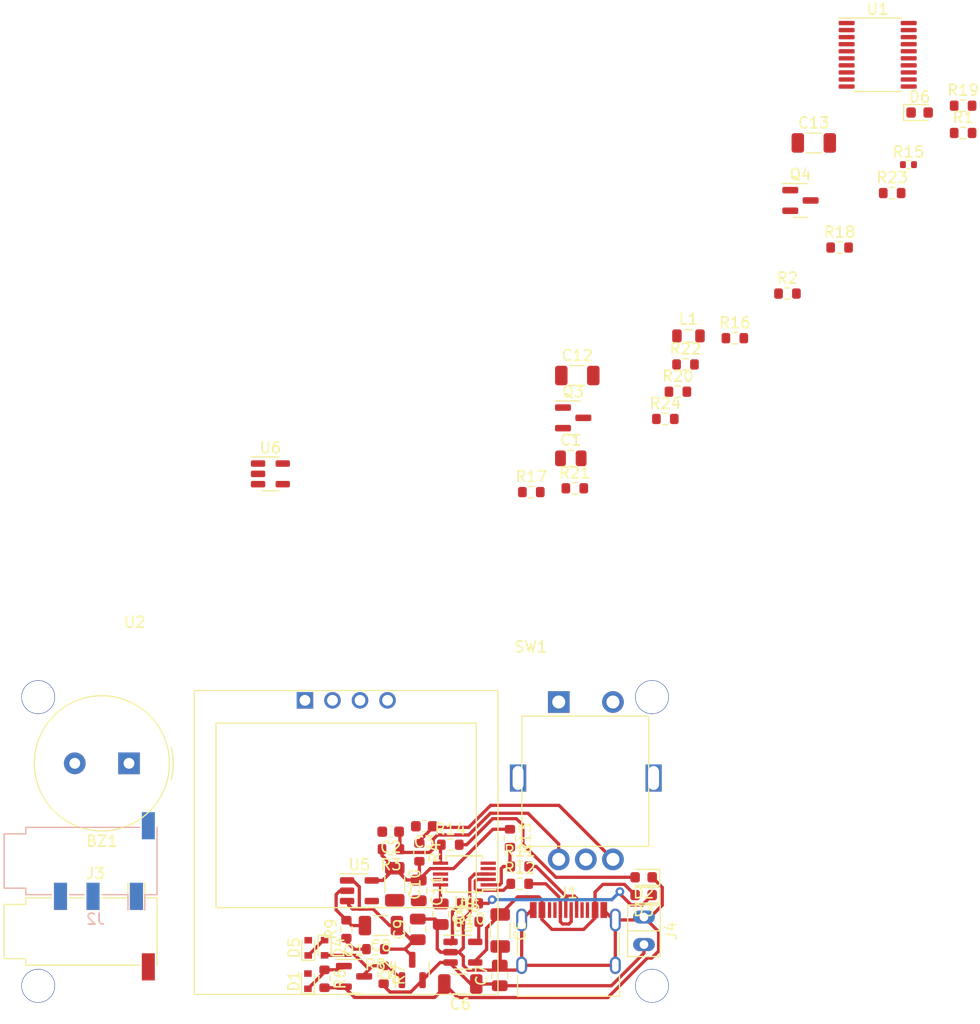
<source format=kicad_pcb>
(kicad_pcb (version 20211014) (generator pcbnew)
  (layers (0 "F.Cu" signal) (31 "B.Cu" signal) (34 "B.Paste" user) (35 "F.Paste" user) (36 "B.SilkS" user "B.Silkscreen") (37 "F.SilkS" user "F.Silkscreen") (38 "B.Mask" user) (39 "F.Mask" user) (44 "Edge.Cuts" user))
  (net 0 "")
  (net 1 "Net-(BZ1-Pad1)")
  (net 2 "Net-(BZ1-Pad2)")
  (net 3 "Net-(C1-Pad1)")
  (net 4 "GND")
  (net 5 "Net-(C2-Pad1)")
  (net 6 "Net-(C3-Pad1)")
  (net 7 "Net-(C4-Pad1)")
  (net 8 "USB_VCC")
  (net 9 "BAT_IN")
  (net 10 "Net-(C8-Pad1)")
  (net 11 "VCC")
  (net 12 "Net-(C12-Pad1)")
  (net 13 "PWM")
  (net 14 "Net-(C13-Pad1)")
  (net 15 "PWR_EN")
  (net 16 "Net-(D1-Pad1)")
  (net 17 "Net-(D2-Pad2)")
  (net 18 "Net-(D3-Pad1)")
  (net 19 "Net-(D4-Pad2)")
  (net 20 "K1")
  (net 21 "K1_DET")
  (net 22 "Net-(D6-Pad2)")
  (net 23 "Net-(J1-PadA6)")
  (net 26 "Net-(J1-PadA7)")
  (net 30 "TICK_B")
  (net 31 "TICK_A")
  (net 33 "Net-(L1-Pad2)")
  (net 34 "Net-(Q3-Pad1)")
  (net 35 "Net-(Q4-Pad1)")
  (net 36 "Net-(R1-Pad2)")
  (net 37 "Net-(R5-Pad2)")
  (net 38 "BAT_ADC")
  (net 39 "BAT_CHG_DET")
  (net 40 "Net-(R11-Pad1)")
  (net 41 "Net-(R12-Pad1)")
  (net 42 "Net-(R14-Pad1)")
  (net 43 "IIC_SDL")
  (net 44 "IIC_SCL")
  (net 45 "MUTE")
  (net 46 "RUN_LED")
  (net 47 "RXD")
  (net 48 "TXD")
  (footprint "Capacitor_SMD:C_0603_1608Metric" (layer "F.Cu") (at 104.2 146.1 180)
    (fp_text reference "C2")
    (fp_text value "10nF")
  )
  (footprint "Resistor_SMD:R_0603_1608Metric" (layer "F.Cu") (at 156.991569 79.21)
    (fp_text reference "R19")
    (fp_text value "10K")
  )
  (footprint "Resistor_SMD:R_0603_1608Metric" (layer "F.Cu") (at 121.181569 114.46)
    (fp_text reference "R21")
    (fp_text value "10K")
  )
  (footprint "Capacitor_SMD:C_0805_2012Metric" (layer "F.Cu") (at 108.82 153.7 -90)
    (fp_text reference "C4")
    (fp_text value "104")
  )
  (footprint "Package_TO_SOT_SMD:SOT-23" (layer "F.Cu") (at 121.031569 107.97)
    (fp_text reference "Q3")
    (fp_text value "AO3400A")
  )
  (footprint "Buzzer_Beeper:Buzzer_TDK_PS1240P02BT_D12.2mm_H6.5mm" (layer "F.Cu") (at 80.070785 139.8 180)
    (fp_text reference "BZ1")
    (fp_text value "Buzzer")
  )
  (footprint "Resistor_SMD:R_0603_1608Metric" (layer "F.Cu") (at 130.691569 105.56)
    (fp_text reference "R20")
    (fp_text value "10K")
  )
  (footprint "MY:SIP-2" (layer "F.Cu") (at 127.56 155.23 90)
    (fp_text reference "J4")
    (fp_text value "Conn_01x02_Female")
  )
  (footprint "Resistor_SMD:R_0603_1608Metric" (layer "F.Cu") (at 145.601569 92.28)
    (fp_text reference "R18")
    (fp_text value "10K")
  )
  (footprint "Resistor_SMD:R_0402_1005Metric" (layer "F.Cu") (at 151.951569 84.64)
    (fp_text reference "R15")
    (fp_text value "*R0")
  )
  (footprint "Diode_SMD:D_SOD-523" (layer "F.Cu") (at 96.57 159.87 90)
    (fp_text reference "D1")
    (fp_text value "1N4148WT")
  )
  (footprint "LED_SMD:LED_0603_1608Metric" (layer "F.Cu") (at 127.53 150.3 180)
    (fp_text reference "D2")
    (fp_text value "LED")
  )
  (footprint "Resistor_SMD:R_0603_1608Metric" (layer "F.Cu") (at 102.79 156.92 180)
    (fp_text reference "R8")
    (fp_text value "20K")
  )
  (footprint "Resistor_SMD:R_0603_1608Metric" (layer "F.Cu") (at 117.171569 114.81)
    (fp_text reference "R17")
    (fp_text value "10K")
  )
  (footprint "Capacitor_SMD:C_0603_1608Metric" (layer "F.Cu") (at 107.3 145.6 180)
    (fp_text reference "C3")
    (fp_text value "10nF")
  )
  (footprint "Resistor_SMD:R_0603_1608Metric" (layer "F.Cu") (at 140.791569 96.52)
    (fp_text reference "R2")
    (fp_text value "10K")
  )
  (footprint "Inductor_SMD:L_0805_2012Metric" (layer "F.Cu") (at 131.661569 100.42)
    (fp_text reference "L1")
    (fp_text value "100mH")
  )
  (footprint "MY:EC11" (layer "F.Cu") (at 122.2 141.15)
    (fp_text reference "SW1")
    (fp_text value "RotaryEncoder_Switch")
  )
  (footprint "Capacitor_SMD:C_1206_3216Metric" (layer "F.Cu") (at 103.3 154.75 180)
    (fp_text reference "C8")
    (fp_text value "10uF")
  )
  (footprint "Capacitor_SMD:C_1206_3216Metric" (layer "F.Cu") (at 114.3 155.2 -90)
    (fp_text reference "C5")
    (fp_text value "10uF")
  )
  (footprint "Capacitor_SMD:C_1206_3216Metric" (layer "F.Cu") (at 143.221569 82.64)
    (fp_text reference "C13")
    (fp_text value "10uF")
  )
  (footprint "Capacitor_SMD:C_1206_3216Metric" (layer "F.Cu") (at 110.62 160.13 180)
    (fp_text reference "C6")
    (fp_text value "10uF")
  )
  (footprint "Diode_SMD:D_SOD-523" (layer "F.Cu") (at 96.6 156.8 90)
    (fp_text reference "D5")
    (fp_text value "1N4148WT")
  )
  (footprint "LED_SMD:LED_0603_1608Metric" (layer "F.Cu") (at 127.53 151.94 180)
    (fp_text reference "D3")
    (fp_text value "LED")
  )
  (footprint "Resistor_SMD:R_0603_1608Metric" (layer "F.Cu") (at 115.2 146.7 -90)
    (fp_text reference "R13")
    (fp_text value "1K")
  )
  (footprint "Package_TO_SOT_SMD:SOT-23-5" (layer "F.Cu") (at 110.86 157.2)
    (fp_text reference "U3")
    (fp_text value "MCP73831-2-OT")
  )
  (footprint "MY:OLED12864" (layer "F.Cu") (at 86.095 133.095)
    (fp_text reference "U2")
    (fp_text value "OLED_12864")
  )
  (footprint "Capacitor_SMD:C_0805_2012Metric" (layer "F.Cu") (at 106.7 155.1 90)
    (fp_text reference "C9")
    (fp_text value "104")
  )
  (footprint "Resistor_SMD:R_0603_1608Metric" (layer "F.Cu") (at 135.941569 100.63)
    (fp_text reference "R16")
    (fp_text value "10K")
  )
  (footprint "Resistor_SMD:R_0603_1608Metric" (layer "F.Cu") (at 103.55 159.28 -90)
    (fp_text reference "R7")
    (fp_text value "20K")
  )
  (footprint "Connector_USB:USB_C_Receptacle_HRO_TYPE-C-31-M-12" (layer "F.Cu") (at 120.6 157.36)
    (fp_text reference "J1")
    (fp_text value "USB_C_Receptacle_USB2.0")
  )
  (footprint "Resistor_SMD:R_0603_1608Metric" (layer "F.Cu") (at 98.1 159.65 -90)
    (fp_text reference "R6")
    (fp_text value "20K")
  )
  (footprint "Resistor_SMD:R_0603_1608Metric" (layer "F.Cu") (at 129.531569 108.07)
    (fp_text reference "R24")
    (fp_text value "510")
  )
  (footprint "Resistor_SMD:R_0603_1608Metric" (layer "F.Cu") (at 109.7 147.3)
    (fp_text reference "R14")
    (fp_text value "510")
  )
  (footprint "Connector_Audio:Jack_3.5mm_PJ320D_Horizontal" (layer "F.Cu") (at 76.93 155.3)
    (fp_text reference "J3")
    (fp_text value "OUTPUT")
  )
  (footprint "Capacitor_SMD:C_0805_2012Metric" (layer "F.Cu") (at 120.811569 111.7)
    (fp_text reference "C1")
    (fp_text value "100nF")
  )
  (footprint "Package_SO:MSOP-10_3x3mm_P0.5mm" (layer "F.Cu") (at 111 150 180)
    (fp_text reference "U4")
    (fp_text value "CH340E")
  )
  (footprint "Resistor_SMD:R_0603_1608Metric" (layer "F.Cu") (at 150.451569 87.26)
    (fp_text reference "R23")
    (fp_text value "1K")
  )
  (footprint "Resistor_SMD:R_0603_1608Metric" (layer "F.Cu") (at 116.1 150.9)
    (fp_text reference "R12")
    (fp_text value "100")
  )
  (footprint "Resistor_SMD:R_0603_1608Metric" (layer "F.Cu") (at 116.1 149.3)
    (fp_text reference "R11")
    (fp_text value "100")
  )
  (footprint "Resistor_SMD:R_0603_1608Metric" (layer "F.Cu") (at 111.5 152.7 180)
    (fp_text reference "R10")
    (fp_text value "2K")
  )
  (footprint "Resistor_SMD:R_0603_1608Metric" (layer "F.Cu") (at 156.991569 81.72)
    (fp_text reference "R1")
    (fp_text value "1K")
  )
  (footprint "Package_SO:TSSOP-20_4.4x6.5mm_P0.65mm" (layer "F.Cu") (at 149.111569 74.52)
    (fp_text reference "U1")
    (fp_text value "STM32F030F4Px")
  )
  (footprint "Resistor_SMD:R_0603_1608Metric" (layer "F.Cu") (at 131.391569 103.05)
    (fp_text reference "R22")
    (fp_text value "1K")
  )
  (footprint "Diode_SMD:D_SOD-523" (layer "F.Cu") (at 98.11 156.79 -90)
    (fp_text reference "D4")
    (fp_text value "1N4148WT")
  )
  (footprint "Package_TO_SOT_SMD:SOT-23" (layer "F.Cu") (at 141.991569 87.94)
    (fp_text reference "Q4")
    (fp_text value "AO3401A")
  )
  (footprint "Package_TO_SOT_SMD:SOT-23-5" (layer "F.Cu") (at 93.111569 113.13)
    (fp_text reference "U6")
    (fp_text value "24AA02-OT")
  )
  (footprint "Resistor_SMD:R_0603_1608Metric" (layer "F.Cu") (at 104.23 147.71 180)
    (fp_text reference "R3")
    (fp_text value "10K")
  )
  (footprint "Package_TO_SOT_SMD:SOT-23-5" (layer "F.Cu") (at 101.32 151.54)
    (fp_text reference "U5")
    (fp_text value "LP5907MFX-3.3")
  )
  (footprint "Capacitor_SMD:C_0805_2012Metric" (layer "F.Cu") (at 114.26 159.34 90)
    (fp_text reference "C7")
    (fp_text value "104")
  )
  (footprint "LED_SMD:LED_0603_1608Metric" (layer "F.Cu") (at 152.981569 79.84)
    (fp_text reference "D6")
    (fp_text value "LED")
  )
  (footprint "Resistor_SMD:R_0603_1608Metric" (layer "F.Cu") (at 100.12 155.08 90)
    (fp_text reference "R9")
    (fp_text value "20K")
  )
  (footprint "Resistor_SMD:R_0603_1608Metric" (layer "F.Cu") (at 106.85 148 -90)
    (fp_text reference "R4")
    (fp_text value "10K")
  )
  (footprint "Package_TO_SOT_SMD:SOT-23" (layer "F.Cu") (at 106.19 158.84 90)
    (fp_text reference "Q2")
    (fp_text value "AO3401A")
  )
  (footprint "Capacitor_SMD:C_1206_3216Metric" (layer "F.Cu") (at 121.411569 104.07)
    (fp_text reference "C12")
    (fp_text value "10uF")
  )
  (footprint "Package_TO_SOT_SMD:SOT-23" (layer "F.Cu") (at 100.82 159.43)
    (fp_text reference "Q1")
    (fp_text value "AO3400A")
  )
  (footprint "Capacitor_SMD:C_1206_3216Metric" (layer "F.Cu") (at 104.58 150.94 -90)
    (fp_text reference "C10")
    (fp_text value "10uF")
  )
  (footprint "Capacitor_SMD:C_0805_2012Metric" (layer "F.Cu") (at 106.79 151.51 -90)
    (fp_text reference "C11")
    (fp_text value "104")
  )
  (footprint "Resistor_SMD:R_0603_1608Metric" (layer "F.Cu") (at 111.5 154.4)
    (fp_text reference "R5")
    (fp_text value "2K")
  )
  (footprint "Connector_Audio:Jack_3.5mm_PJ320D_Horizontal" (layer "B.Cu") (at 76.93 148.8)
    (fp_text reference "J2")
    (fp_text value "INPUT")
  )
  (via (at 71.7 160.3) (size 3.1) (drill 3) (layers "F.Cu" "B.Cu") (net 0))
  (via (at 128.3 133.7) (size 3.1) (drill 3) (layers "F.Cu" "B.Cu") (net 0))
  (via (at 128.3 160.3) (size 3.1) (drill 3) (layers "F.Cu" "B.Cu") (net 0))
  (via (at 71.7 133.7) (size 3.1) (drill 3) (layers "F.Cu" "B.Cu") (net 0))
  (segment (start 108.5 154.95) (end 108.8 154.65) (width 0.3) (layer "F.Cu") (net 4))
  (segment (start 128.27 157.74) (end 128.90952 157.10048) (width 0.3) (layer "F.Cu") (net 4))
  (segment (start 113.2 150) (end 111.94455 150) (width 0.3) (layer "F.Cu") (net 4))
  (segment (start 110.39452 161.37952) (end 119.25952 161.37952) (width 0.3) (layer "F.Cu") (net 4))
  (segment (start 114.3 158.65) (end 114.1 158.85) (width 0.3) (layer "F.Cu") (net 4))
  (segment (start 128.90952 155.30952) (end 127.56 153.96) (width 0.3) (layer "F.Cu") (net 4))
  (segment (start 116.28 158.41) (end 124.92 158.41) (width 0.3) (layer "F.Cu") (net 4))
  (segment (start 99.17048 153.30548) (end 100.12 154.255) (width 0.3) (layer "F.Cu") (net 4))
  (segment (start 124.92 154.23) (end 127.29 154.23) (width 0.3) (layer "F.Cu") (net 4))
  (segment (start 119.25952 161.37952) (end 119.26 161.38) (width 0.3) (layer "F.Cu") (net 4))
  (segment (start 116.28 154.23) (end 116.28 158.41) (width 0.3) (layer "F.Cu") (net 4))
  (segment (start 124.92 154.23) (end 124.765 154.23) (width 0.3) (layer "F.Cu") (net 4))
  (segment (start 110.675 154.4) (end 110.9 154.625) (width 0.3) (layer "F.Cu") (net 4))
  (segment (start 100.3225 151.56) (end 99.5 151.56) (width 0.3) (layer "F.Cu") (net 4))
  (segment (start 124.765 154.23) (end 123.85 153.315) (width 0.3) (layer "F.Cu") (net 4))
  (segment (start 100.615 154.75) (end 100.12 154.255) (width 0.3) (layer "F.Cu") (net 4))
  (segment (start 115.84 158.85) (end 116.28 158.41) (width 0.3) (layer "F.Cu") (net 4))
  (segment (start 111.328573 158.85) (end 114.1 158.85) (width 0.3) (layer "F.Cu") (net 4))
  (segment (start 129.25 152.87) (end 128.16 153.96) (width 0.3) (layer "F.Cu") (net 4))
  (segment (start 124.23 161.38) (end 127.87 157.74) (width 0.3) (layer "F.Cu") (net 4))
  (segment (start 119.26 161.38) (end 124.23 161.38) (width 0.3) (layer "F.Cu") (net 4))
  (segment (start 110.5 157.2) (end 110.9 157.6) (width 0.3) (layer "F.Cu") (net 4))
  (segment (start 124.92 158.41) (end 124.92 154.23) (width 0.3) (layer "F.Cu") (net 4))
  (segment (start 109.225 160.4) (end 108.255 161.37) (width 0.3) (layer "F.Cu") (net 4))
  (segment (start 111.5 153.575) (end 110.675 154.4) (width 0.3) (layer "F.Cu") (net 4))
  (segment (start 127.87 157.74) (end 128.27 157.74) (width 0.3) (layer "F.Cu") (net 4))
  (segment (start 114.1 158.85) (end 115.84 158.85) (width 0.3) (layer "F.Cu") (net 4))
  (segment (start 108.255 161.37) (end 100.8725 161.37) (width 0.3) (layer "F.Cu") (net 4))
  (segment (start 99.7875 160.475) (end 99.8825 160.38) (width 0.3) (layer "F.Cu") (net 4))
  (segment (start 99.17048 151.88952) (end 99.17048 153.30548) (width 0.3) (layer "F.Cu") (net 4))
  (segment (start 128.16 153.96) (end 127.56 153.96) (width 0.3) (layer "F.Cu") (net 4))
  (segment (start 117.195 153.315) (end 116.28 154.23) (width 0.3) (layer "F.Cu") (net 4))
  (segment (start 127.29 154.23) (end 127.56 153.96) (width 0.3) (layer "F.Cu") (net 4))
  (segment (start 111.94455 150) (end 111.5 150.44455) (width 0.3) (layer "F.Cu") (net 4))
  (segment (start 108.3 154.15) (end 108.8 154.65) (width 0.3) (layer "F.Cu") (net 4))
  (segment (start 108.5 156.9) (end 108.8 157.2) (width 0.3) (layer "F.Cu") (net 4))
  (segment (start 100.8725 161.37) (end 99.8825 160.38) (width 0.3) (layer "F.Cu") (net 4))
  (segment (start 110.9 157.6) (end 110.9 158.421427) (width 0.3) (layer "F.Cu") (net 4))
  (segment (start 110.5 157.2) (end 110.9 156.8) (width 0.3) (layer "F.Cu") (net 4))
  (segment (start 117.35 153.315) (end 117.195 153.315) (width 0.3) (layer "F.Cu") (net 4))
  (segment (start 106.78 154.15) (end 108.3 154.15) (width 0.3) (layer "F.Cu") (net 4))
  (segment (start 128.90952 157.10048) (end 128.90952 155.30952) (width 0.3) (layer "F.Cu") (net 4))
  (segment (start 101.825 154.75) (end 100.615 154.75) (width 0.3) (layer "F.Cu") (net 4))
  (segment (start 99.5 151.56) (end 99.17048 151.88952) (width 0.3) (layer "F.Cu") (net 4))
  (segment (start 110.9 158.421427) (end 111.328573 158.85) (width 0.3) (layer "F.Cu") (net 4))
  (segment (start 114.3 156.675) (end 114.3 158.65) (width 0.3) (layer "F.Cu") (net 4))
  (segment (start 108.8 157.2) (end 109.7225 157.2) (width 0.3) (layer "F.Cu") (net 4))
  (segment (start 128.3175 150.3) (end 129.25 151.2325) (width 0.3) (layer "F.Cu") (net 4))
  (segment (start 108.475 154.975) (end 108.8 154.65) (width 0.3) (layer "F.Cu") (net 4))
  (segment (start 109.145 160.13) (end 110.39452 161.37952) (width 0.3) (layer "F.Cu") (net 4))
  (segment (start 98.06 160.475) (end 99.7875 160.475) (width 0.3) (layer "F.Cu") (net 4))
  (segment (start 109.7225 157.2) (end 110.5 157.2) (width 0.3) (layer "F.Cu") (net 4))
  (segment (start 111.5 150.44455) (end 111.5 153.575) (width 0.3) (layer "F.Cu") (net 4))
  (segment (start 108.5 156.9) (end 108.5 154.95) (width 0.3) (layer "F.Cu") (net 4))
  (segment (start 110.9 154.625) (end 110.9 156.8) (width 0.3) (layer "F.Cu") (net 4))
  (segment (start 129.25 151.2325) (end 129.25 152.87) (width 0.3) (layer "F.Cu") (net 4))
  (segment (start 105.055 147.71) (end 105.355 148.01) (width 0.3) (layer "F.Cu") (net 5))
  (segment (start 108.12548 147.674511) (end 108.12548 146.797382) (width 0.3) (layer "F.Cu") (net 5))
  (segment (start 116.864694 144.400481) (end 119.7 147.235787) (width 0.3) (layer "F.Cu") (net 5))
  (segment (start 108.12548 146.797382) (end 108.522862 146.4) (width 0.3) (layer "F.Cu") (net 5))
  (segment (start 105.055 147.71) (end 105.055 146.18) (width 0.3) (layer "F.Cu") (net 5))
  (segment (start 108.522862 146.4) (end 111.399988 146.4) (width 0.3) (layer "F.Cu") (net 5))
  (segment (start 105.355 148.01) (end 107.789991 148.01) (width 0.3) (layer "F.Cu") (net 5))
  (segment (start 119.7 147.235787) (end 119.7 148.65) (width 0.3) (layer "F.Cu") (net 5))
  (segment (start 113.399507 144.400481) (end 116.864694 144.400481) (width 0.3) (layer "F.Cu") (net 5))
  (segment (start 107.789991 148.01) (end 108.12548 147.674511) (width 0.3) (layer "F.Cu") (net 5))
  (segment (start 111.399988 146.4) (end 113.399507 144.400481) (width 0.3) (layer "F.Cu") (net 5))
  (segment (start 105.055 146.18) (end 104.975 146.1) (width 0.3) (layer "F.Cu") (net 5))
  (segment (start 106.85 147.175) (end 106.85 146.95) (width 0.3) (layer "F.Cu") (net 6))
  (segment (start 119.72 143.67) (end 124.7 148.65) (width 0.3) (layer "F.Cu") (net 6))
  (segment (start 108.075 145.6) (end 108.075 145.675) (width 0.3) (layer "F.Cu") (net 6))
  (segment (start 111.393572 145.7) (end 113.423572 143.67) (width 0.3) (layer "F.Cu") (net 6))
  (segment (start 113.423572 143.67) (end 119.72 143.67) (width 0.3) (layer "F.Cu") (net 6))
  (segment (start 108.075 145.675) (end 108.1 145.7) (width 0.3) (layer "F.Cu") (net 6))
  (segment (start 106.85 146.95) (end 108.1 145.7) (width 0.3) (layer "F.Cu") (net 6))
  (segment (start 108.1 145.7) (end 111.393572 145.7) (width 0.3) (layer "F.Cu") (net 6))
  (segment (start 108.8 152.75) (end 108.8 151) (width 0.3) (layer "F.Cu") (net 7))
  (segment (start 117.859022 152.1) (end 115.925 152.1) (width 0.3) (layer "F.Cu") (net 8))
  (segment (start 118.15 154.175371) (end 119.074149 155.09952) (width 0.3) (layer "F.Cu") (net 8))
  (segment (start 115.925 152.1) (end 114.3 153.725) (width 0.3) (layer "F.Cu") (net 8))
  (segment (start 122.00048 155.09952) (end 123.05 154.05) (width 0.3) (layer "F.Cu") (net 8))
  (segment (start 113.05048 156.94952) (end 112.0375 157.9625) (width 0.3) (layer "F.Cu") (net 8))
  (segment (start 123.05 151.67) (end 123.77 150.95) (width 0.3) (layer "F.Cu") (net 8))
  (segment (start 113.05048 154.97452) (end 113.05048 156.94952) (width 0.3) (layer "F.Cu") (net 8))
  (segment (start 117.859022 152.1) (end 118.15 152.390978) (width 0.3) (layer "F.Cu") (net 8))
  (segment (start 123.77 150.95) (end 125.7525 150.95) (width 0.3) (layer "F.Cu") (net 8))
  (segment (start 125.7525 150.95) (end 126.7425 151.94) (width 0.3) (layer "F.Cu") (net 8))
  (segment (start 114.3 153.725) (end 113.05048 154.97452) (width 0.3) (layer "F.Cu") (net 8))
  (segment (start 118.15 152.390978) (end 118.15 153.315) (width 0.3) (layer "F.Cu") (net 8))
  (segment (start 118.15 153.315) (end 118.15 154.175371) (width 0.3) (layer "F.Cu") (net 8))
  (segment (start 119.074149 155.09952) (end 122.00048 155.09952) (width 0.3) (layer "F.Cu") (net 8))
  (segment (start 123.05 154.05) (end 123.05 153.315) (width 0.3) (layer "F.Cu") (net 8))
  (segment (start 123.05 153.315) (end 123.05 151.67) (width 0.3) (layer "F.Cu") (net 8))
  (segment (start 114.1 160.13) (end 114.26 160.29) (width 0.3) (layer "F.Cu") (net 9))
  (segment (start 107.14 159.7775) (end 108.7675 158.15) (width 0.3) (layer "F.Cu") (net 9))
  (segment (start 103.55 160.105) (end 103.55 160.28) (width 0.3) (layer "F.Cu") (net 9))
  (segment (start 109.7225 158.2625) (end 111.59 160.13) (width 0.3) (layer "F.Cu") (net 9))
  (segment (start 114.26 160.29) (end 124.56 160.29) (width 0.3) (layer "F.Cu") (net 9))
  (segment (start 111.59 160.13) (end 112.095 160.13) (width 0.3) (layer "F.Cu") (net 9))
  (segment (start 124.56 160.29) (end 124.845 160.005) (width 0.3) (layer "F.Cu") (net 9))
  (segment (start 112.095 160.13) (end 114.1 160.13) (width 0.3) (layer "F.Cu") (net 9))
  (segment (start 106.05298 160.86452) (end 107.14 159.7775) (width 0.3) (layer "F.Cu") (net 9))
  (segment (start 127.56 157.29) (end 127.56 156.5) (width 0.3) (layer "F.Cu") (net 9))
  (segment (start 104.13452 160.86452) (end 106.05298 160.86452) (width 0.3) (layer "F.Cu") (net 9))
  (segment (start 108.7675 158.15) (end 109.7225 158.15) (width 0.3) (layer "F.Cu") (net 9))
  (segment (start 109.7225 158.15) (end 109.7225 158.2625) (width 0.3) (layer "F.Cu") (net 9))
  (segment (start 124.845 160.005) (end 127.56 157.29) (width 0.3) (layer "F.Cu") (net 9))
  (segment (start 103.55 160.28) (end 104.13452 160.86452) (width 0.3) (layer "F.Cu") (net 9))
  (segment (start 106.19 157.9025) (end 106.19 157.58) (width 0.3) (layer "F.Cu") (net 10))
  (segment (start 106.4 156.05) (end 106.78 156.05) (width 0.3) (layer "F.Cu") (net 10))
  (segment (start 104.775 154.75) (end 104.11 154.75) (width 0.3) (layer "F.Cu") (net 10))
  (segment (start 101.31 153.18) (end 101.36 153.23) (width 0.3) (layer "F.Cu") (net 10))
  (segment (start 100.3225 152.8625) (end 100.3225 152.51) (width 0.3) (layer "F.Cu") (net 10))
  (segment (start 105.53 156.92) (end 103.615 156.92) (width 0.3) (layer "F.Cu") (net 10))
  (segment (start 106.075 156.05) (end 104.775 154.75) (width 0.3) (layer "F.Cu") (net 10))
  (segment (start 106.19 157.58) (end 105.53 156.92) (width 0.3) (layer "F.Cu") (net 10))
  (segment (start 101.62 153.23) (end 100.69 153.23) (width 0.3) (layer "F.Cu") (net 10))
  (segment (start 106.7 156.05) (end 106.075 156.05) (width 0.3) (layer "F.Cu") (net 10))
  (segment (start 104.11 154.75) (end 102.59 153.23) (width 0.3) (layer "F.Cu") (net 10))
  (segment (start 102.59 153.23) (end 101.62 153.23) (width 0.3) (layer "F.Cu") (net 10))
  (segment (start 101.36 153.23) (end 101.62 153.23) (width 0.3) (layer "F.Cu") (net 10))
  (segment (start 105.53 156.92) (end 106.4 156.05) (width 0.3) (layer "F.Cu") (net 10))
  (segment (start 100.741427 150.61) (end 101.31 151.178573) (width 0.3) (layer "F.Cu") (net 10))
  (segment (start 101.31 151.178573) (end 101.31 153.18) (width 0.3) (layer "F.Cu") (net 10))
  (segment (start 100.3225 150.61) (end 100.741427 150.61) (width 0.3) (layer "F.Cu") (net 10))
  (segment (start 100.69 153.23) (end 100.3225 152.8625) (width 0.3) (layer "F.Cu") (net 10))
  (segment (start 108.8 149.5) (end 110 149.5) (width 0.3) (layer "F.Cu") (net 11))
  (segment (start 102.4575 150.59) (end 103.455 150.59) (width 0.3) (layer "F.Cu") (net 11))
  (segment (start 103.405 148.29) (end 104.58 149.465) (width 0.3) (layer "F.Cu") (net 11))
  (segment (start 105.665 150.55) (end 106.78 150.55) (width 0.3) (layer "F.Cu") (net 11))
  (segment (start 104.58 149.465) (end 105.665 150.55) (width 0.3) (layer "F.Cu") (net 11))
  (segment (start 103.405 147.71) (end 103.405 148.29) (width 0.3) (layer "F.Cu") (net 11))
  (segment (start 103.455 150.59) (end 104.58 149.465) (width 0.3) (layer "F.Cu") (net 11))
  (segment (start 106.78 150.55) (end 106.79 150.56) (width 0.3) (layer "F.Cu") (net 11))
  (segment (start 106.85 148.825) (end 106.85 150.5) (width 0.3) (layer "F.Cu") (net 11))
  (segment (start 110 149.5) (end 113.625 145.875) (width 0.3) (layer "F.Cu") (net 11))
  (segment (start 108.8 149.5) (end 107.85 149.5) (width 0.3) (layer "F.Cu") (net 11))
  (segment (start 106.85 150.5) (end 106.79 150.56) (width 0.3) (layer "F.Cu") (net 11))
  (segment (start 107.85 149.5) (end 106.79 150.56) (width 0.3) (layer "F.Cu") (net 11))
  (segment (start 113.625 145.875) (end 115.2 145.875) (width 0.3) (layer "F.Cu") (net 11))
  (segment (start 98.1 158.825) (end 98.1 159.04) (width 0.3) (layer "F.Cu") (net 16))
  (segment (start 98.1 159.04) (end 96.57 160.57) (width 0.3) (layer "F.Cu") (net 16))
  (segment (start 98.06 158.825) (end 99.5375 158.825) (width 0.3) (layer "F.Cu") (net 16))
  (segment (start 99.5375 158.825) (end 99.8825 158.48) (width 0.3) (layer "F.Cu") (net 16))
  (segment (start 115.8 144.9) (end 116.4 145.5) (width 0.3) (layer "F.Cu") (net 17))
  (segment (start 111.206416 147.3) (end 113.606416 144.9) (width 0.3) (layer "F.Cu") (net 17))
  (segment (start 116.4 145.5) (end 116.4 147.258498) (width 0.3) (layer "F.Cu") (net 17))
  (segment (start 116.4 147.258498) (end 119.441502 150.3) (width 0.3) (layer "F.Cu") (net 17))
  (segment (start 113.606416 144.9) (end 115.8 144.9) (width 0.3) (layer "F.Cu") (net 17))
  (segment (start 119.441502 150.3) (end 126.7425 150.3) (width 0.3) (layer "F.Cu") (net 17))
  (segment (start 110.525 147.3) (end 111.206416 147.3) (width 0.3) (layer "F.Cu") (net 17))
  (segment (start 128.3175 151.94) (end 127.4075 152.85) (width 0.3) (layer "F.Cu") (net 18))
  (segment (start 127.4075 152.85) (end 126.373845 152.85) (width 0.3) (layer "F.Cu") (net 18))
  (segment (start 125.34 151.816155) (end 125.34 151.62) (width 0.3) (layer "F.Cu") (net 18))
  (segment (start 112.325 152.7) (end 113.22 152.7) (width 0.3) (layer "F.Cu") (net 18))
  (segment (start 113.22 152.7) (end 113.56 152.36) (width 0.3) (layer "F.Cu") (net 18))
  (segment (start 126.373845 152.85) (end 125.34 151.816155) (width 0.3) (layer "F.Cu") (net 18))
  (via (at 113.56 152.36) (size 0.8) (drill 0.4) (layers "F.Cu" "B.Cu") (net 18))
  (via (at 125.34 151.62) (size 0.8) (drill 0.4) (layers "F.Cu" "B.Cu") (net 18))
  (segment (start 124.6 152.36) (end 125.34 151.62) (width 0.3) (layer "B.Cu") (net 18))
  (segment (start 113.56 152.36) (end 124.6 152.36) (width 0.3) (layer "B.Cu") (net 18))
  (segment (start 103.55 158.455) (end 103.9175 158.455) (width 0.3) (layer "F.Cu") (net 19))
  (segment (start 101.7575 159.43) (end 101.7575 159.2425) (width 0.3) (layer "F.Cu") (net 19))
  (segment (start 98.11 157.49) (end 100.93 157.49) (width 0.3) (layer "F.Cu") (net 19))
  (segment (start 101.7575 159.2425) (end 102.22 158.78) (width 0.3) (layer "F.Cu") (net 19))
  (segment (start 102.545 158.455) (end 103.55 158.455) (width 0.3) (layer "F.Cu") (net 19))
  (segment (start 100.93 157.49) (end 102.22 158.78) (width 0.3) (layer "F.Cu") (net 19))
  (segment (start 103.9175 158.455) (end 105.24 159.7775) (width 0.3) (layer "F.Cu") (net 19))
  (segment (start 102.22 158.78) (end 102.545 158.455) (width 0.3) (layer "F.Cu") (net 19))
  (segment (start 98.01 156.09) (end 96.6 157.5) (width 0.3) (layer "F.Cu") (net 20))
  (segment (start 98.11 156.09) (end 98.01 156.09) (width 0.3) (layer "F.Cu") (net 20))
  (segment (start 121.35 153.315) (end 121.35 152.240978) (width 0.3) (layer "F.Cu") (net 23))
  (segment (start 117.61545 149.3) (end 116.925 149.3) (width 0.3) (layer "F.Cu") (net 23))
  (segment (start 120.35 153.315) (end 120.35 152.03455) (width 0.3) (layer "F.Cu") (net 23))
  (segment (start 121.35 152.240978) (end 121.143572 152.03455) (width 0.3) (layer "F.Cu") (net 23))
  (segment (start 120.35 152.03455) (end 117.61545 149.3) (width 0.3) (layer "F.Cu") (net 23))
  (segment (start 121.143572 152.03455) (end 120.35 152.03455) (width 0.3) (layer "F.Cu") (net 23))
  (segment (start 118.509022 150.9) (end 116.925 150.9) (width 0.3) (layer "F.Cu") (net 26))
  (segment (start 120.060978 154.6) (end 119.85 154.389022) (width 0.3) (layer "F.Cu") (net 26))
  (segment (start 120.85 154.389022) (end 120.639022 154.6) (width 0.3) (layer "F.Cu") (net 26))
  (segment (start 119.85 154.389022) (end 119.85 153.315) (width 0.3) (layer "F.Cu") (net 26))
  (segment (start 119.85 152.240978) (end 118.509022 150.9) (width 0.3) (layer "F.Cu") (net 26))
  (segment (start 120.639022 154.6) (end 120.060978 154.6) (width 0.3) (layer "F.Cu") (net 26))
  (segment (start 120.85 153.315) (end 120.85 154.389022) (width 0.3) (layer "F.Cu") (net 26))
  (segment (start 119.85 153.315) (end 119.85 152.240978) (width 0.3) (layer "F.Cu") (net 26))
  (segment (start 112.325 154.4) (end 112.325 156.1625) (width 0.3) (layer "F.Cu") (net 37))
  (segment (start 100.12 156.21) (end 100.83 156.92) (width 0.3) (layer "F.Cu") (net 38))
  (segment (start 100.83 156.92) (end 101.965 156.92) (width 0.3) (layer "F.Cu") (net 38))
  (segment (start 100.12 155.905) (end 100.12 156.21) (width 0.3) (layer "F.Cu") (net 38))
  (segment (start 109.9 156.3125) (end 109.9 153.475) (width 0.3) (layer "F.Cu") (net 39))
  (segment (start 109.9 153.475) (end 110.675 152.7) (width 0.3) (layer "F.Cu") (net 39))
  (segment (start 109.7625 156.45) (end 109.9 156.3125) (width 0.3) (layer "F.Cu") (net 39))
  (segment (start 114.4 150.849022) (end 114.4 149.5) (width 0.3) (layer "F.Cu") (net 40))
  (segment (start 115.2 147.525) (end 115.2 149.225) (width 0.3) (layer "F.Cu") (net 40))
  (segment (start 115.2 149.225) (end 115.275 149.3) (width 0.3) (layer "F.Cu") (net 40))
  (segment (start 114.6 149.3) (end 115.275 149.3) (width 0.3) (layer "F.Cu") (net 40))
  (segment (start 113.2 151) (end 114.249022 151) (width 0.3) (layer "F.Cu") (net 40))
  (segment (start 114.249022 151) (end 114.4 150.849022) (width 0.3) (layer "F.Cu") (net 40))
  (segment (start 114.4 149.5) (end 114.6 149.3) (width 0.3) (layer "F.Cu") (net 40))
  (segment (start 112.150978 151.5) (end 112 151.349022) (width 0.3) (layer "F.Cu") (net 41))
  (segment (start 112 151.349022) (end 112 150.650978) (width 0.3) (layer "F.Cu") (net 41))
  (segment (start 112.150978 150.5) (end 113.2 150.5) (width 0.3) (layer "F.Cu") (net 41))
  (segment (start 112 150.650978) (end 112.150978 150.5) (width 0.3) (layer "F.Cu") (net 41))
  (segment (start 114.6 151.5) (end 112.150978 151.5) (width 0.3) (layer "F.Cu") (net 41))
  (segment (start 115.2 150.9) (end 114.6 151.5) (width 0.3) (layer "F.Cu") (net 41))
  (segment (start 115.275 150.9) (end 115.2 150.9) (width 0.3) (layer "F.Cu") (net 41))
  (segment (start 108.8 147.375) (end 108.875 147.3) (width 0.3) (layer "F.Cu") (net 42))
  (segment (start 108.8 149) (end 108.8 147.375) (width 0.3) (layer "F.Cu") (net 42))
)
</source>
